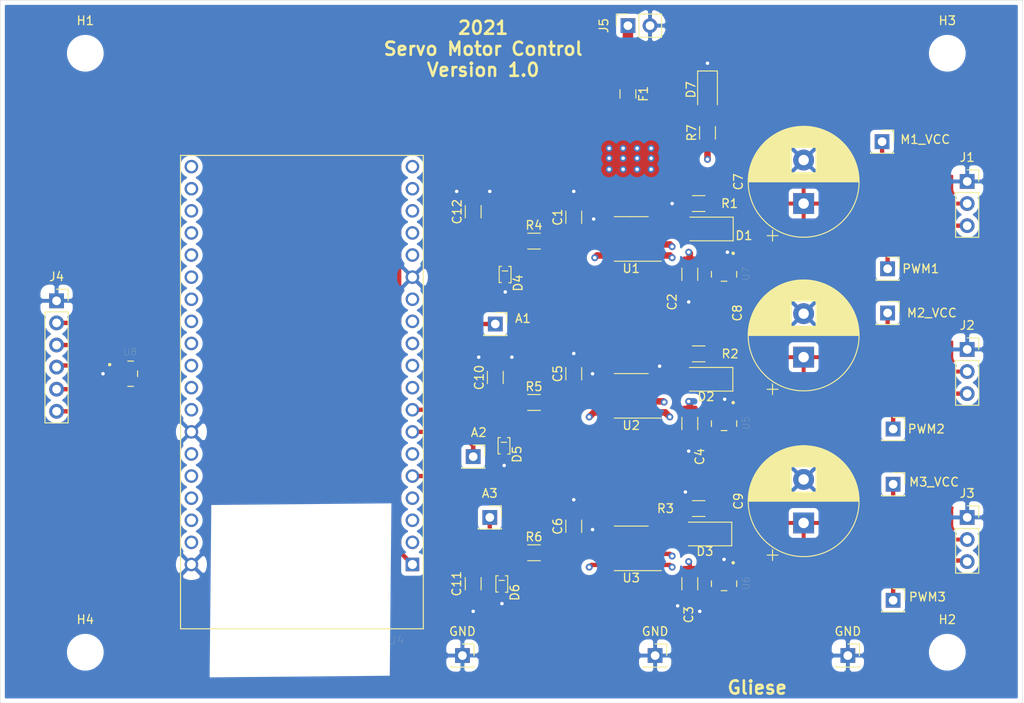
<source format=kicad_pcb>
(kicad_pcb (version 20171130) (host pcbnew 5.1.10-88a1d61d58~88~ubuntu20.04.1)
  (layers (0 F.Cu signal) (1 In1.Cu power) (2 In2.Cu power) (31 B.Cu signal hide) (34 B.Paste user) (35 F.Paste user) (36 B.SilkS user) (37 F.SilkS user) (38 B.Mask user) (39 F.Mask user) (44 Edge.Cuts user))
  (net 0 "")
  (net 1 "Net-(C1-Pad1)")
  (net 2 GND)
  (net 3 +5V)
  (net 4 "Net-(C5-Pad1)")
  (net 5 "Net-(C6-Pad1)")
  (net 6 "Net-(D1-Pad2)")
  (net 7 "Net-(D2-Pad2)")
  (net 8 "Net-(D3-Pad2)")
  (net 9 PWM1)
  (net 10 PWM2)
  (net 11 PWM3)
  (net 12 +3V3)
  (net 13 IO4)
  (net 14 IO3)
  (net 15 IO2)
  (net 16 IO1)
  (net 17 Current_Sensor_1_AOUT)
  (net 18 Current_Sensor_2_AOUT)
  (net 19 Current_Sensor_3_AOUT)
  (net 20 "Net-(U4-Pad2)")
  (net 21 "Net-(U4-Pad3)")
  (net 22 "Net-(U4-Pad4)")
  (net 23 "Net-(U4-Pad6)")
  (net 24 "Net-(U4-Pad12)")
  (net 25 "Net-(U4-Pad13)")
  (net 26 "Net-(U4-Pad15)")
  (net 27 "Net-(U4-Pad16)")
  (net 28 "Net-(U4-Pad17)")
  (net 29 "Net-(U4-Pad18)")
  (net 30 "Net-(U4-Pad23)")
  (net 31 "Net-(U4-Pad24)")
  (net 32 "Net-(U4-Pad27)")
  (net 33 "Net-(U4-Pad29)")
  (net 34 "Net-(U4-Pad30)")
  (net 35 "Net-(U4-Pad31)")
  (net 36 "Net-(U4-Pad32)")
  (net 37 "Net-(U4-Pad33)")
  (net 38 "Net-(U4-Pad34)")
  (net 39 "Net-(U4-Pad35)")
  (net 40 "Net-(U4-Pad36)")
  (net 41 "Net-(U4-Pad37)")
  (net 42 "Net-(U4-Pad38)")
  (net 43 "Net-(R4-Pad2)")
  (net 44 "Net-(R5-Pad2)")
  (net 45 "Net-(R6-Pad2)")
  (net 46 +5VD)
  (net 47 "Net-(C7-Pad1)")
  (net 48 "Net-(C8-Pad1)")
  (net 49 "Net-(C9-Pad1)")
  (net 50 "Net-(F1-Pad1)")
  (net 51 "Net-(U5-Pad4)")
  (net 52 "Net-(U5-Pad5)")
  (net 53 "Net-(U6-Pad5)")
  (net 54 "Net-(U6-Pad4)")
  (net 55 "Net-(U7-Pad5)")
  (net 56 "Net-(U7-Pad4)")
  (net 57 "Net-(D7-Pad2)")
  (net 58 "Net-(H1-Pad1)")
  (net 59 "Net-(H2-Pad1)")
  (net 60 "Net-(H3-Pad1)")
  (net 61 "Net-(H4-Pad1)")
  (module Capacitor_SMD:C_1206_3216Metric (layer F.Cu) (at 85.852 46.785 90)
    (fp_text reference C1 (at 0 -1.85 90) (layer F.SilkS))
    (fp_text value 0.1uf)
    (pad 1 smd roundrect (at -1.475 0 90) (size 1.15 1.8) (layers F.Cu F.Paste F.Mask) (roundrect_rratio 0.2173904347826087) (net 1 "Net-(C1-Pad1)"))
    (pad 2 smd roundrect (at 1.475 0 90) (size 1.15 1.8) (layers F.Cu F.Paste F.Mask) (roundrect_rratio 0.2173904347826087) (net 2 GND))
  )
  (module Capacitor_SMD:C_1206_3216Metric (layer F.Cu) (at 99.187 53.34 270)
    (fp_text reference C2 (at 3.175 2.032 90) (layer F.SilkS))
    (fp_text value 200nf)
    (pad 2 smd roundrect (at 1.475 0 270) (size 1.15 1.8) (layers F.Cu F.Paste F.Mask) (roundrect_rratio 0.2173904347826087) (net 2 GND))
    (pad 1 smd roundrect (at -1.475 0 270) (size 1.15 1.8) (layers F.Cu F.Paste F.Mask) (roundrect_rratio 0.2173904347826087) (net 46 +5VD))
  )
  (module Capacitor_SMD:C_1206_3216Metric (layer F.Cu) (at 99.187 88.9 270)
    (fp_text reference C3 (at 3.556 0.127 90) (layer F.SilkS))
    (fp_text value 200nf)
    (pad 2 smd roundrect (at 1.475 0 270) (size 1.15 1.8) (layers F.Cu F.Paste F.Mask) (roundrect_rratio 0.2173904347826087) (net 2 GND))
    (pad 1 smd roundrect (at -1.475 0 270) (size 1.15 1.8) (layers F.Cu F.Paste F.Mask) (roundrect_rratio 0.2173904347826087) (net 46 +5VD))
  )
  (module Capacitor_SMD:C_1206_3216Metric (layer F.Cu) (at 99.187 70.485 270)
    (fp_text reference C4 (at 3.81 -1.143 90) (layer F.SilkS))
    (fp_text value 200nf)
    (pad 1 smd roundrect (at -1.475 0 270) (size 1.15 1.8) (layers F.Cu F.Paste F.Mask) (roundrect_rratio 0.2173904347826087) (net 46 +5VD))
    (pad 2 smd roundrect (at 1.475 0 270) (size 1.15 1.8) (layers F.Cu F.Paste F.Mask) (roundrect_rratio 0.2173904347826087) (net 2 GND))
  )
  (module Capacitor_SMD:C_1206_3216Metric (layer F.Cu) (at 85.852 64.77 90)
    (fp_text reference C5 (at 0 -1.85 90) (layer F.SilkS))
    (fp_text value 0.1uf)
    (pad 2 smd roundrect (at 1.475 0 90) (size 1.15 1.8) (layers F.Cu F.Paste F.Mask) (roundrect_rratio 0.2173904347826087) (net 2 GND))
    (pad 1 smd roundrect (at -1.475 0 90) (size 1.15 1.8) (layers F.Cu F.Paste F.Mask) (roundrect_rratio 0.2173904347826087) (net 4 "Net-(C5-Pad1)"))
  )
  (module Capacitor_SMD:C_1206_3216Metric (layer F.Cu) (at 85.852 82.296 90)
    (fp_text reference C6 (at 0 -1.85 90) (layer F.SilkS))
    (fp_text value 0.1uf)
    (pad 1 smd roundrect (at -1.475 0 90) (size 1.15 1.8) (layers F.Cu F.Paste F.Mask) (roundrect_rratio 0.2173904347826087) (net 5 "Net-(C6-Pad1)"))
    (pad 2 smd roundrect (at 1.475 0 90) (size 1.15 1.8) (layers F.Cu F.Paste F.Mask) (roundrect_rratio 0.2173904347826087) (net 2 GND))
  )
  (module Connector_PinSocket_2.54mm:PinSocket_1x03_P2.54mm_Vertical (layer F.Cu) (at 131.064 42.672)
    (fp_text reference J1 (at 0 -2.77) (layer F.SilkS))
    (fp_text value Screw_Terminal_01x03 hide)
    (pad 1 thru_hole rect (at 0 0) (size 1.7 1.7) (drill 1) (layers *.Cu *.Mask) (net 2 GND))
    (pad 2 thru_hole oval (at 0 2.54) (size 1.7 1.7) (drill 1) (layers *.Cu *.Mask) (net 47 "Net-(C7-Pad1)"))
    (pad 3 thru_hole oval (at 0 5.08) (size 1.7 1.7) (drill 1) (layers *.Cu *.Mask) (net 9 PWM1))
  )
  (module Connector_PinSocket_2.54mm:PinSocket_1x03_P2.54mm_Vertical (layer F.Cu) (at 131.064 61.976)
    (fp_text reference J2 (at 0 -2.77) (layer F.SilkS))
    (fp_text value Screw_Terminal_01x03 hide)
    (pad 3 thru_hole oval (at 0 5.08) (size 1.7 1.7) (drill 1) (layers *.Cu *.Mask) (net 10 PWM2))
    (pad 2 thru_hole oval (at 0 2.54) (size 1.7 1.7) (drill 1) (layers *.Cu *.Mask) (net 48 "Net-(C8-Pad1)"))
    (pad 1 thru_hole rect (at 0 0) (size 1.7 1.7) (drill 1) (layers *.Cu *.Mask) (net 2 GND))
  )
  (module Connector_PinSocket_2.54mm:PinSocket_1x03_P2.54mm_Vertical (layer F.Cu) (at 131.064 81.28)
    (fp_text reference J3 (at 0 -2.77) (layer F.SilkS))
    (fp_text value Screw_Terminal_01x03 hide)
    (pad 1 thru_hole rect (at 0 0) (size 1.7 1.7) (drill 1) (layers *.Cu *.Mask) (net 2 GND))
    (pad 2 thru_hole oval (at 0 2.54) (size 1.7 1.7) (drill 1) (layers *.Cu *.Mask) (net 49 "Net-(C9-Pad1)"))
    (pad 3 thru_hole oval (at 0 5.08) (size 1.7 1.7) (drill 1) (layers *.Cu *.Mask) (net 11 PWM3))
  )
  (module Connector_PinSocket_2.54mm:PinSocket_1x06_P2.54mm_Vertical (layer F.Cu) (at 26.416 56.388)
    (fp_text reference J4 (at 0 -2.77) (layer F.SilkS))
    (fp_text value Conn_01x06_Male hide)
    (pad 1 thru_hole rect (at 0 0) (size 1.7 1.7) (drill 1) (layers *.Cu *.Mask) (net 2 GND))
    (pad 2 thru_hole oval (at 0 2.54) (size 1.7 1.7) (drill 1) (layers *.Cu *.Mask) (net 12 +3V3))
    (pad 3 thru_hole oval (at 0 5.08) (size 1.7 1.7) (drill 1) (layers *.Cu *.Mask) (net 13 IO4))
    (pad 4 thru_hole oval (at 0 7.62) (size 1.7 1.7) (drill 1) (layers *.Cu *.Mask) (net 14 IO3))
    (pad 5 thru_hole oval (at 0 10.16) (size 1.7 1.7) (drill 1) (layers *.Cu *.Mask) (net 15 IO2))
    (pad 6 thru_hole oval (at 0 12.7) (size 1.7 1.7) (drill 1) (layers *.Cu *.Mask) (net 16 IO1))
  )
  (module Resistor_SMD:R_1206_3216Metric (layer F.Cu) (at 100.203 45.212 180)
    (fp_text reference R1 (at -3.556 0) (layer F.SilkS))
    (fp_text value 1M)
    (pad 2 smd roundrect (at 1.4625 0 180) (size 1.125 1.75) (layers F.Cu F.Paste F.Mask) (roundrect_rratio 0.2222213333333333) (net 2 GND))
    (pad 1 smd roundrect (at -1.4625 0 180) (size 1.125 1.75) (layers F.Cu F.Paste F.Mask) (roundrect_rratio 0.2222213333333333) (net 47 "Net-(C7-Pad1)"))
  )
  (module Resistor_SMD:R_1206_3216Metric (layer F.Cu) (at 100.203 62.484 180)
    (fp_text reference R2 (at -3.6175 0) (layer F.SilkS))
    (fp_text value 1M)
    (pad 1 smd roundrect (at -1.4625 0 180) (size 1.125 1.75) (layers F.Cu F.Paste F.Mask) (roundrect_rratio 0.2222213333333333) (net 48 "Net-(C8-Pad1)"))
    (pad 2 smd roundrect (at 1.4625 0 180) (size 1.125 1.75) (layers F.Cu F.Paste F.Mask) (roundrect_rratio 0.2222213333333333) (net 2 GND))
  )
  (module Resistor_SMD:R_1206_3216Metric (layer F.Cu) (at 100.203 80.264 180)
    (fp_text reference R3 (at 3.81 0) (layer F.SilkS))
    (fp_text value 1M)
    (pad 1 smd roundrect (at -1.4625 0 180) (size 1.125 1.75) (layers F.Cu F.Paste F.Mask) (roundrect_rratio 0.2222213333333333) (net 49 "Net-(C9-Pad1)"))
    (pad 2 smd roundrect (at 1.4625 0 180) (size 1.125 1.75) (layers F.Cu F.Paste F.Mask) (roundrect_rratio 0.2222213333333333) (net 2 GND))
  )
  (module Connector_PinSocket_2.54mm:PinSocket_1x01_P2.54mm_Vertical (layer F.Cu) (at 76.835 59.055)
    (fp_text reference A1 (at 3.175 -0.635) (layer F.SilkS))
    (fp_text value TestPoint)
    (pad 1 thru_hole rect (at 0 0) (size 1.7 1.7) (drill 1) (layers *.Cu *.Mask) (net 17 Current_Sensor_1_AOUT))
  )
  (module Connector_PinSocket_2.54mm:PinSocket_1x01_P2.54mm_Vertical (layer F.Cu) (at 121.92 52.705)
    (fp_text reference PWM1 (at 3.81 0) (layer F.SilkS))
    (fp_text value TestPoint hide)
    (pad 1 thru_hole rect (at 0 0) (size 1.7 1.7) (drill 1) (layers *.Cu *.Mask) (net 9 PWM1))
  )
  (module Connector_PinSocket_2.54mm:PinSocket_1x01_P2.54mm_Vertical (layer F.Cu) (at 73.05675 97.155)
    (fp_text reference GND (at 0 -2.77) (layer F.SilkS))
    (fp_text value TestPoint)
    (pad 1 thru_hole rect (at 0 0) (size 1.7 1.7) (drill 1) (layers *.Cu *.Mask) (net 2 GND))
  )
  (module Connector_PinSocket_2.54mm:PinSocket_1x01_P2.54mm_Vertical (layer F.Cu) (at 74.295 74.295)
    (fp_text reference A2 (at 0.635 -2.77) (layer F.SilkS))
    (fp_text value TestPoint)
    (pad 1 thru_hole rect (at 0 0) (size 1.7 1.7) (drill 1) (layers *.Cu *.Mask) (net 18 Current_Sensor_2_AOUT))
  )
  (module Connector_PinSocket_2.54mm:PinSocket_1x01_P2.54mm_Vertical (layer F.Cu) (at 122.555 71.12)
    (fp_text reference PWM2 (at 3.81 0) (layer F.SilkS))
    (fp_text value TestPoint)
    (pad 1 thru_hole rect (at 0 0) (size 1.7 1.7) (drill 1) (layers *.Cu *.Mask) (net 10 PWM2))
  )
  (module Connector_PinSocket_2.54mm:PinSocket_1x01_P2.54mm_Vertical (layer F.Cu) (at 95.202375 97.155)
    (fp_text reference GND (at 0 -2.77) (layer F.SilkS))
    (fp_text value TestPoint)
    (pad 1 thru_hole rect (at 0 0) (size 1.7 1.7) (drill 1) (layers *.Cu *.Mask) (net 2 GND))
  )
  (module Connector_PinSocket_2.54mm:PinSocket_1x01_P2.54mm_Vertical (layer F.Cu) (at 76.2 81.28)
    (fp_text reference A3 (at 0 -2.77) (layer F.SilkS))
    (fp_text value TestPoint hide)
    (pad 1 thru_hole rect (at 0 0) (size 1.7 1.7) (drill 1) (layers *.Cu *.Mask) (net 19 Current_Sensor_3_AOUT))
  )
  (module Connector_PinSocket_2.54mm:PinSocket_1x01_P2.54mm_Vertical (layer F.Cu) (at 122.555 90.805)
    (fp_text reference PWM3 (at 3.937 -0.381) (layer F.SilkS))
    (fp_text value TestPoint)
    (pad 1 thru_hole rect (at 0 0) (size 1.7 1.7) (drill 1) (layers *.Cu *.Mask) (net 11 PWM3))
  )
  (module Connector_PinSocket_2.54mm:PinSocket_1x01_P2.54mm_Vertical (layer F.Cu) (at 117.348 97.155)
    (fp_text reference GND (at 0 -2.77) (layer F.SilkS))
    (fp_text value TestPoint)
    (pad 1 thru_hole rect (at 0 0) (size 1.7 1.7) (drill 1) (layers *.Cu *.Mask) (net 2 GND))
  )
  (module Package_SO:SOIC-8_3.9x4.9mm_P1.27mm (layer F.Cu) (at 92.456 49.276 180)
    (fp_text reference U1 (at 0 -3.4) (layer F.SilkS))
    (fp_text value ACS724xLCTR-05AB hide)
    (pad 1 smd roundrect (at -2.475 -1.905 180) (size 1.95 0.6) (layers F.Cu F.Paste F.Mask) (net 46 +5VD))
    (pad 2 smd roundrect (at -2.475 -0.635 180) (size 1.95 0.6) (layers F.Cu F.Paste F.Mask) (net 46 +5VD))
    (pad 3 smd roundrect (at -2.475 0.635 180) (size 1.95 0.6) (layers F.Cu F.Paste F.Mask) (net 6 "Net-(D1-Pad2)"))
    (pad 4 smd roundrect (at -2.475 1.905 180) (size 1.95 0.6) (layers F.Cu F.Paste F.Mask) (net 6 "Net-(D1-Pad2)"))
    (pad 5 smd roundrect (at 2.475 1.905 180) (size 1.95 0.6) (layers F.Cu F.Paste F.Mask) (net 2 GND))
    (pad 6 smd roundrect (at 2.475 0.635 180) (size 1.95 0.6) (layers F.Cu F.Paste F.Mask) (net 1 "Net-(C1-Pad1)"))
    (pad 7 smd roundrect (at 2.475 -0.635 180) (size 1.95 0.6) (layers F.Cu F.Paste F.Mask) (net 43 "Net-(R4-Pad2)"))
    (pad 8 smd roundrect (at 2.475 -1.905 180) (size 1.95 0.6) (layers F.Cu F.Paste F.Mask) (net 46 +5VD))
  )
  (module Package_SO:SOIC-8_3.9x4.9mm_P1.27mm (layer F.Cu) (at 92.456 67.31 180)
    (fp_text reference U2 (at 0 -3.4) (layer F.SilkS))
    (fp_text value ACS724xLCTR-05AB hide)
    (pad 1 smd roundrect (at -2.475 -1.905 180) (size 1.95 0.6) (layers F.Cu F.Paste F.Mask) (net 46 +5VD))
    (pad 2 smd roundrect (at -2.475 -0.635 180) (size 1.95 0.6) (layers F.Cu F.Paste F.Mask) (net 46 +5VD))
    (pad 3 smd roundrect (at -2.475 0.635 180) (size 1.95 0.6) (layers F.Cu F.Paste F.Mask) (net 7 "Net-(D2-Pad2)"))
    (pad 4 smd roundrect (at -2.475 1.905 180) (size 1.95 0.6) (layers F.Cu F.Paste F.Mask) (net 7 "Net-(D2-Pad2)"))
    (pad 5 smd roundrect (at 2.475 1.905 180) (size 1.95 0.6) (layers F.Cu F.Paste F.Mask) (net 2 GND))
    (pad 6 smd roundrect (at 2.475 0.635 180) (size 1.95 0.6) (layers F.Cu F.Paste F.Mask) (net 4 "Net-(C5-Pad1)"))
    (pad 7 smd roundrect (at 2.475 -0.635 180) (size 1.95 0.6) (layers F.Cu F.Paste F.Mask) (net 44 "Net-(R5-Pad2)"))
    (pad 8 smd roundrect (at 2.475 -1.905 180) (size 1.95 0.6) (layers F.Cu F.Paste F.Mask) (net 46 +5VD))
  )
  (module Package_SO:SOIC-8_3.9x4.9mm_P1.27mm (layer F.Cu) (at 92.456 84.836 180)
    (fp_text reference U3 (at 0 -3.4) (layer F.SilkS))
    (fp_text value ACS724xLCTR-05AB hide)
    (pad 8 smd roundrect (at 2.475 -1.905 180) (size 1.95 0.6) (layers F.Cu F.Paste F.Mask) (net 46 +5VD))
    (pad 7 smd roundrect (at 2.475 -0.635 180) (size 1.95 0.6) (layers F.Cu F.Paste F.Mask) (net 45 "Net-(R6-Pad2)"))
    (pad 6 smd roundrect (at 2.475 0.635 180) (size 1.95 0.6) (layers F.Cu F.Paste F.Mask) (net 5 "Net-(C6-Pad1)"))
    (pad 5 smd roundrect (at 2.475 1.905 180) (size 1.95 0.6) (layers F.Cu F.Paste F.Mask) (net 2 GND))
    (pad 4 smd roundrect (at -2.475 1.905 180) (size 1.95 0.6) (layers F.Cu F.Paste F.Mask) (net 8 "Net-(D3-Pad2)"))
    (pad 3 smd roundrect (at -2.475 0.635 180) (size 1.95 0.6) (layers F.Cu F.Paste F.Mask) (net 8 "Net-(D3-Pad2)"))
    (pad 2 smd roundrect (at -2.475 -0.635 180) (size 1.95 0.6) (layers F.Cu F.Paste F.Mask) (net 46 +5VD))
    (pad 1 smd roundrect (at -2.475 -1.905 180) (size 1.95 0.6) (layers F.Cu F.Paste F.Mask) (net 46 +5VD))
  )
  (module esp32:MODULE_ESP32-DEVKITC-32D (layer F.Cu) (at 54.61 66.929 180)
    (fp_text reference U4 (at -10.829175 -28.446045) (layer F.SilkS) (effects (font (size 1.000386 1.000386) (thickness 0.015))))
    (fp_text value ESP32-DEVKITC-32D)
    (pad 1 thru_hole rect (at -12.7 -19.76 180) (size 1.56 1.56) (drill 1.04) (layers *.Cu *.Mask) (net 12 +3V3))
    (pad 2 thru_hole circle (at -12.7 -17.22 180) (size 1.56 1.56) (drill 1.04) (layers *.Cu *.Mask) (net 20 "Net-(U4-Pad2)"))
    (pad 19 thru_hole circle (at -12.7 25.96 180) (size 1.56 1.56) (drill 1.04) (layers *.Cu *.Mask) (net 3 +5V))
    (pad 3 thru_hole circle (at -12.7 -14.68 180) (size 1.56 1.56) (drill 1.04) (layers *.Cu *.Mask) (net 21 "Net-(U4-Pad3)"))
    (pad 4 thru_hole circle (at -12.7 -12.14 180) (size 1.56 1.56) (drill 1.04) (layers *.Cu *.Mask) (net 22 "Net-(U4-Pad4)"))
    (pad 5 thru_hole circle (at -12.7 -9.6 180) (size 1.56 1.56) (drill 1.04) (layers *.Cu *.Mask) (net 19 Current_Sensor_3_AOUT))
    (pad 6 thru_hole circle (at -12.7 -7.06 180) (size 1.56 1.56) (drill 1.04) (layers *.Cu *.Mask) (net 23 "Net-(U4-Pad6)"))
    (pad 7 thru_hole circle (at -12.7 -4.52 180) (size 1.56 1.56) (drill 1.04) (layers *.Cu *.Mask) (net 18 Current_Sensor_2_AOUT))
    (pad 8 thru_hole circle (at -12.7 -1.98 180) (size 1.56 1.56) (drill 1.04) (layers *.Cu *.Mask) (net 17 Current_Sensor_1_AOUT))
    (pad 9 thru_hole circle (at -12.7 0.56 180) (size 1.56 1.56) (drill 1.04) (layers *.Cu *.Mask) (net 11 PWM3))
    (pad 10 thru_hole circle (at -12.7 3.1 180) (size 1.56 1.56) (drill 1.04) (layers *.Cu *.Mask) (net 10 PWM2))
    (pad 11 thru_hole circle (at -12.7 5.64 180) (size 1.56 1.56) (drill 1.04) (layers *.Cu *.Mask) (net 9 PWM1))
    (pad 12 thru_hole circle (at -12.7 8.18 180) (size 1.56 1.56) (drill 1.04) (layers *.Cu *.Mask) (net 24 "Net-(U4-Pad12)"))
    (pad 13 thru_hole circle (at -12.7 10.72 180) (size 1.56 1.56) (drill 1.04) (layers *.Cu *.Mask) (net 25 "Net-(U4-Pad13)"))
    (pad 14 thru_hole circle (at -12.7 13.26 180) (size 1.56 1.56) (drill 1.04) (layers *.Cu *.Mask) (net 2 GND))
    (pad 15 thru_hole circle (at -12.7 15.8 180) (size 1.56 1.56) (drill 1.04) (layers *.Cu *.Mask) (net 26 "Net-(U4-Pad15)"))
    (pad 16 thru_hole circle (at -12.7 18.34 180) (size 1.56 1.56) (drill 1.04) (layers *.Cu *.Mask) (net 27 "Net-(U4-Pad16)"))
    (pad 17 thru_hole circle (at -12.7 20.88 180) (size 1.56 1.56) (drill 1.04) (layers *.Cu *.Mask) (net 28 "Net-(U4-Pad17)"))
    (pad 18 thru_hole circle (at -12.7 23.42 180) (size 1.56 1.56) (drill 1.04) (layers *.Cu *.Mask) (net 29 "Net-(U4-Pad18)"))
    (pad 20 thru_hole circle (at 12.7 -19.76 180) (size 1.56 1.56) (drill 1.04) (layers *.Cu *.Mask) (net 2 GND))
    (pad 21 thru_hole circle (at 12.7 -17.22 180) (size 1.56 1.56) (drill 1.04) (layers *.Cu *.Mask) (net 16 IO1))
    (pad 22 thru_hole circle (at 12.7 -14.68 180) (size 1.56 1.56) (drill 1.04) (layers *.Cu *.Mask) (net 15 IO2))
    (pad 23 thru_hole circle (at 12.7 -12.14 180) (size 1.56 1.56) (drill 1.04) (layers *.Cu *.Mask) (net 30 "Net-(U4-Pad23)"))
    (pad 24 thru_hole circle (at 12.7 -9.6 180) (size 1.56 1.56) (drill 1.04) (layers *.Cu *.Mask) (net 31 "Net-(U4-Pad24)"))
    (pad 25 thru_hole circle (at 12.7 -7.06 180) (size 1.56 1.56) (drill 1.04) (layers *.Cu *.Mask) (net 14 IO3))
    (pad 26 thru_hole circle (at 12.7 -4.52 180) (size 1.56 1.56) (drill 1.04) (layers *.Cu *.Mask) (net 2 GND))
    (pad 27 thru_hole circle (at 12.7 -1.98 180) (size 1.56 1.56) (drill 1.04) (layers *.Cu *.Mask) (net 32 "Net-(U4-Pad27)"))
    (pad 28 thru_hole circle (at 12.7 0.56 180) (size 1.56 1.56) (drill 1.04) (layers *.Cu *.Mask) (net 13 IO4))
    (pad 29 thru_hole circle (at 12.7 3.1 180) (size 1.56 1.56) (drill 1.04) (layers *.Cu *.Mask) (net 33 "Net-(U4-Pad29)"))
    (pad 30 thru_hole circle (at 12.7 5.64 180) (size 1.56 1.56) (drill 1.04) (layers *.Cu *.Mask) (net 34 "Net-(U4-Pad30)"))
    (pad 31 thru_hole circle (at 12.7 8.18 180) (size 1.56 1.56) (drill 1.04) (layers *.Cu *.Mask) (net 35 "Net-(U4-Pad31)"))
    (pad 32 thru_hole circle (at 12.7 10.72 180) (size 1.56 1.56) (drill 1.04) (layers *.Cu *.Mask) (net 36 "Net-(U4-Pad32)"))
    (pad 33 thru_hole circle (at 12.7 13.26 180) (size 1.56 1.56) (drill 1.04) (layers *.Cu *.Mask) (net 37 "Net-(U4-Pad33)"))
    (pad 34 thru_hole circle (at 12.7 15.8 180) (size 1.56 1.56) (drill 1.04) (layers *.Cu *.Mask) (net 38 "Net-(U4-Pad34)"))
    (pad 35 thru_hole circle (at 12.7 18.34 180) (size 1.56 1.56) (drill 1.04) (layers *.Cu *.Mask) (net 39 "Net-(U4-Pad35)"))
    (pad 36 thru_hole circle (at 12.7 20.88 180) (size 1.56 1.56) (drill 1.04) (layers *.Cu *.Mask) (net 40 "Net-(U4-Pad36)"))
    (pad 37 thru_hole circle (at 12.7 23.42 180) (size 1.56 1.56) (drill 1.04) (layers *.Cu *.Mask) (net 41 "Net-(U4-Pad37)"))
    (pad 38 thru_hole circle (at 12.7 25.96 180) (size 1.56 1.56) (drill 1.04) (layers *.Cu *.Mask) (net 42 "Net-(U4-Pad38)"))
  )
  (module Footprint:DDZ3V6ASF-7 (layer F.Cu) (at 79.756 54.356 270)
    (fp_text reference D4 (at -0.01524 0.3048 90) (layer F.SilkS))
    (fp_text value D_Zener hide)
    (pad 1 smd oval (at -2.00084 1.77546 270) (size 0.71 0.43) (layers F.Cu F.Paste F.Mask) (net 17 Current_Sensor_1_AOUT))
    (pad 2 smd oval (at -0.01084 1.77546 270) (size 0.71 0.43) (layers F.Cu F.Paste F.Mask) (net 2 GND))
  )
  (module Footprint:DDZ3V6ASF-7 (layer F.Cu) (at 79.629 74.041 270)
    (fp_text reference D5 (at -0.01524 0.3048 90) (layer F.SilkS))
    (fp_text value D_Zener hide)
    (pad 2 smd oval (at -0.01084 1.77546 270) (size 0.71 0.43) (layers F.Cu F.Paste F.Mask) (net 2 GND))
    (pad 1 smd oval (at -2.00084 1.77546 270) (size 0.71 0.43) (layers F.Cu F.Paste F.Mask) (net 18 Current_Sensor_2_AOUT))
  )
  (module Footprint:DDZ3V6ASF-7 (layer F.Cu) (at 79.375 89.916 270)
    (fp_text reference D6 (at -0.01524 0.3048 90) (layer F.SilkS))
    (fp_text value D_Zener hide)
    (pad 1 smd oval (at -2.00084 1.77546 270) (size 0.71 0.43) (layers F.Cu F.Paste F.Mask) (net 19 Current_Sensor_3_AOUT))
    (pad 2 smd oval (at -0.01084 1.77546 270) (size 0.71 0.43) (layers F.Cu F.Paste F.Mask) (net 2 GND))
  )
  (module Resistor_SMD:R_1206_3216Metric (layer F.Cu) (at 81.28 49.53)
    (fp_text reference R4 (at 0 -1.82) (layer F.SilkS))
    (fp_text value 4.7k)
    (pad 1 smd roundrect (at -1.4625 0) (size 1.125 1.75) (layers F.Cu F.Paste F.Mask) (roundrect_rratio 0.2222213333333333) (net 17 Current_Sensor_1_AOUT))
    (pad 2 smd roundrect (at 1.4625 0) (size 1.125 1.75) (layers F.Cu F.Paste F.Mask) (roundrect_rratio 0.2222213333333333) (net 43 "Net-(R4-Pad2)"))
  )
  (module Resistor_SMD:R_1206_3216Metric (layer F.Cu) (at 81.28 68.072)
    (fp_text reference R5 (at 0 -1.82) (layer F.SilkS))
    (fp_text value 4.7k)
    (pad 2 smd roundrect (at 1.4625 0) (size 1.125 1.75) (layers F.Cu F.Paste F.Mask) (roundrect_rratio 0.2222213333333333) (net 44 "Net-(R5-Pad2)"))
    (pad 1 smd roundrect (at -1.4625 0) (size 1.125 1.75) (layers F.Cu F.Paste F.Mask) (roundrect_rratio 0.2222213333333333) (net 18 Current_Sensor_2_AOUT))
  )
  (module Resistor_SMD:R_1206_3216Metric (layer F.Cu) (at 81.28 85.344)
    (fp_text reference R6 (at 0 -1.82) (layer F.SilkS))
    (fp_text value 4.7k)
    (pad 1 smd roundrect (at -1.4625 0) (size 1.125 1.75) (layers F.Cu F.Paste F.Mask) (roundrect_rratio 0.2222213333333333) (net 19 Current_Sensor_3_AOUT))
    (pad 2 smd roundrect (at 1.4625 0) (size 1.125 1.75) (layers F.Cu F.Paste F.Mask) (roundrect_rratio 0.2222213333333333) (net 45 "Net-(R6-Pad2)"))
  )
  (module Capacitor_THT:CP_Radial_D12.5mm_P5.00mm (layer F.Cu) (at 112.268 45.212 90)
    (fp_text reference C7 (at 2.5 -7.5 90) (layer F.SilkS))
    (fp_text value C)
    (pad 1 thru_hole rect (at 0 0 90) (size 2.4 2.4) (drill 1.2) (layers *.Cu *.Mask) (net 47 "Net-(C7-Pad1)"))
    (pad 2 thru_hole circle (at 5 0 90) (size 2.4 2.4) (drill 1.2) (layers *.Cu *.Mask) (net 2 GND))
  )
  (module Capacitor_THT:CP_Radial_D12.5mm_P5.00mm (layer F.Cu) (at 112.268 62.865 90)
    (fp_text reference C8 (at 5.08 -7.62 90) (layer F.SilkS))
    (fp_text value C)
    (pad 2 thru_hole circle (at 5 0 90) (size 2.4 2.4) (drill 1.2) (layers *.Cu *.Mask) (net 2 GND))
    (pad 1 thru_hole rect (at 0 0 90) (size 2.4 2.4) (drill 1.2) (layers *.Cu *.Mask) (net 48 "Net-(C8-Pad1)"))
  )
  (module Capacitor_THT:CP_Radial_D12.5mm_P5.00mm (layer F.Cu) (at 112.268 81.915 90)
    (fp_text reference C9 (at 2.5 -7.5 90) (layer F.SilkS))
    (fp_text value C)
    (pad 1 thru_hole rect (at 0 0 90) (size 2.4 2.4) (drill 1.2) (layers *.Cu *.Mask) (net 49 "Net-(C9-Pad1)"))
    (pad 2 thru_hole circle (at 5 0 90) (size 2.4 2.4) (drill 1.2) (layers *.Cu *.Mask) (net 2 GND))
  )
  (module Fuse:Fuse_1206_3216Metric_Castellated (layer F.Cu) (at 92.075 32.611 270)
    (fp_text reference F1 (at 0 -1.78 90) (layer F.SilkS))
    (fp_text value Fuse)
    (pad 1 smd roundrect (at -1.425 0 270) (size 1.6 1.65) (layers F.Cu F.Paste F.Mask) (roundrect_rratio 0.15625) (net 50 "Net-(F1-Pad1)"))
    (pad 2 smd roundrect (at 1.425 0 270) (size 1.6 1.65) (layers F.Cu F.Paste F.Mask) (roundrect_rratio 0.15625) (net 46 +5VD))
  )
  (module Connector_PinSocket_2.54mm:PinSocket_1x02_P2.54mm_Vertical (layer F.Cu) (at 92.075 24.765 90)
    (fp_text reference J5 (at 0 -2.77 90) (layer F.SilkS))
    (fp_text value Screw_Terminal_01x02 hide)
    (pad 1 thru_hole rect (at 0 0 90) (size 1.7 1.7) (drill 1) (layers *.Cu *.Mask) (net 50 "Net-(F1-Pad1)"))
    (pad 2 thru_hole oval (at 0 2.54 90) (size 1.7 1.7) (drill 1) (layers *.Cu *.Mask) (net 2 GND))
  )
  (module ESDS314DBVR:SOT95P280X145-5N (layer F.Cu) (at 103.124 70.5 270)
    (fp_text reference U5 (at -0.06 -2.508 90) (layer F.SilkS) (effects (font (size 0.8 0.8) (thickness 0.015))))
    (fp_text value ESDS314DBVR hide)
    (pad 1 smd rect (at -1.255 -0.95 270) (size 1.21 0.59) (layers F.Cu F.Paste F.Mask) (net 10 PWM2))
    (pad 2 smd rect (at -1.255 0 270) (size 1.21 0.59) (layers F.Cu F.Paste F.Mask) (net 2 GND))
    (pad 3 smd rect (at -1.255 0.95 270) (size 1.21 0.59) (layers F.Cu F.Paste F.Mask) (net 48 "Net-(C8-Pad1)"))
    (pad 4 smd rect (at 1.255 0.95 270) (size 1.21 0.59) (layers F.Cu F.Paste F.Mask) (net 51 "Net-(U5-Pad4)"))
    (pad 5 smd rect (at 1.255 -0.95 270) (size 1.21 0.59) (layers F.Cu F.Paste F.Mask) (net 52 "Net-(U5-Pad5)"))
  )
  (module ESDS314DBVR:SOT95P280X145-5N (layer F.Cu) (at 103.124 88.9 270)
    (fp_text reference U6 (at -0.06 -2.508 90) (layer F.SilkS) (effects (font (size 0.8 0.8) (thickness 0.015))))
    (fp_text value ESDS314DBVR hide)
    (pad 5 smd rect (at 1.255 -0.95 270) (size 1.21 0.59) (layers F.Cu F.Paste F.Mask) (net 53 "Net-(U6-Pad5)"))
    (pad 4 smd rect (at 1.255 0.95 270) (size 1.21 0.59) (layers F.Cu F.Paste F.Mask) (net 54 "Net-(U6-Pad4)"))
    (pad 3 smd rect (at -1.255 0.95 270) (size 1.21 0.59) (layers F.Cu F.Paste F.Mask) (net 49 "Net-(C9-Pad1)"))
    (pad 2 smd rect (at -1.255 0 270) (size 1.21 0.59) (layers F.Cu F.Paste F.Mask) (net 2 GND))
    (pad 1 smd rect (at -1.255 -0.95 270) (size 1.21 0.59) (layers F.Cu F.Paste F.Mask) (net 11 PWM3))
  )
  (module ESDS314DBVR:SOT95P280X145-5N (layer F.Cu) (at 103.124 53.34 270)
    (fp_text reference U7 (at -0.06 -2.508 90) (layer F.SilkS) (effects (font (size 0.8 0.8) (thickness 0.015))))
    (fp_text value ESDS314DBVR hide)
    (pad 5 smd rect (at 1.255 -0.95 270) (size 1.21 0.59) (layers F.Cu F.Paste F.Mask) (net 55 "Net-(U7-Pad5)"))
    (pad 4 smd rect (at 1.255 0.95 270) (size 1.21 0.59) (layers F.Cu F.Paste F.Mask) (net 56 "Net-(U7-Pad4)"))
    (pad 3 smd rect (at -1.255 0.95 270) (size 1.21 0.59) (layers F.Cu F.Paste F.Mask) (net 47 "Net-(C7-Pad1)"))
    (pad 2 smd rect (at -1.255 0 270) (size 1.21 0.59) (layers F.Cu F.Paste F.Mask) (net 2 GND))
    (pad 1 smd rect (at -1.255 -0.95 270) (size 1.21 0.59) (layers F.Cu F.Paste F.Mask) (net 9 PWM1))
  )
  (module ESDS314DBVR:SOT95P280X145-5N (layer F.Cu) (at 34.925 64.77)
    (fp_text reference U8 (at -0.06 -2.508) (layer F.SilkS) (effects (font (size 0.8 0.8) (thickness 0.015))))
    (fp_text value ESDS314DBVR hide)
    (pad 1 smd rect (at -1.255 -0.95) (size 1.21 0.59) (layers F.Cu F.Paste F.Mask) (net 14 IO3))
    (pad 2 smd rect (at -1.255 0) (size 1.21 0.59) (layers F.Cu F.Paste F.Mask) (net 2 GND))
    (pad 3 smd rect (at -1.255 0.95) (size 1.21 0.59) (layers F.Cu F.Paste F.Mask) (net 15 IO2))
    (pad 4 smd rect (at 1.255 0.95) (size 1.21 0.59) (layers F.Cu F.Paste F.Mask) (net 16 IO1))
    (pad 5 smd rect (at 1.255 -0.95) (size 1.21 0.59) (layers F.Cu F.Paste F.Mask) (net 13 IO4))
  )
  (module Connector_PinSocket_2.54mm:PinSocket_1x01_P2.54mm_Vertical (layer F.Cu) (at 121.92 57.785)
    (fp_text reference M2_VCC (at 5.08 0) (layer F.SilkS))
    (fp_text value TestPoint hide)
    (pad 1 thru_hole rect (at 0 0) (size 1.7 1.7) (drill 1) (layers *.Cu *.Mask) (net 48 "Net-(C8-Pad1)"))
  )
  (module Connector_PinSocket_2.54mm:PinSocket_1x01_P2.54mm_Vertical (layer F.Cu) (at 122.555 77.47)
    (fp_text reference M3_VCC (at 4.699 -0.254) (layer F.SilkS))
    (fp_text value TestPoint)
    (pad 1 thru_hole rect (at 0 0) (size 1.7 1.7) (drill 1) (layers *.Cu *.Mask) (net 49 "Net-(C9-Pad1)"))
  )
  (module Connector_PinSocket_2.54mm:PinSocket_1x01_P2.54mm_Vertical (layer F.Cu) (at 121.285 38.1)
    (fp_text reference M1_VCC (at 4.953 -0.254) (layer F.SilkS))
    (fp_text value TestPoint)
    (pad 1 thru_hole rect (at 0 0) (size 1.7 1.7) (drill 1) (layers *.Cu *.Mask) (net 47 "Net-(C7-Pad1)"))
  )
  (module Diode_SMD:D_SOD-128 (layer F.Cu) (at 101.092 48.133 180)
    (fp_text reference D1 (at -4.318 -0.762) (layer F.SilkS))
    (fp_text value D_Schottky hide)
    (pad 1 smd rect (at -2.2 0 180) (size 1.4 2.1) (layers F.Cu F.Paste F.Mask) (net 47 "Net-(C7-Pad1)"))
    (pad 2 smd rect (at 2.2 0 180) (size 1.4 2.1) (layers F.Cu F.Paste F.Mask) (net 6 "Net-(D1-Pad2)"))
  )
  (module Diode_SMD:D_SOD-128 (layer F.Cu) (at 101.051 65.405 180)
    (fp_text reference D2 (at 0 -2) (layer F.SilkS))
    (fp_text value D_Schottky hide)
    (pad 1 smd rect (at -2.2 0 180) (size 1.4 2.1) (layers F.Cu F.Paste F.Mask) (net 48 "Net-(C8-Pad1)"))
    (pad 2 smd rect (at 2.2 0 180) (size 1.4 2.1) (layers F.Cu F.Paste F.Mask) (net 7 "Net-(D2-Pad2)"))
  )
  (module Diode_SMD:D_SOD-128 (layer F.Cu) (at 100.924 83.185 180)
    (fp_text reference D3 (at 0 -2) (layer F.SilkS))
    (fp_text value D_Schottky hide)
    (pad 2 smd rect (at 2.2 0 180) (size 1.4 2.1) (layers F.Cu F.Paste F.Mask) (net 8 "Net-(D3-Pad2)"))
    (pad 1 smd rect (at -2.2 0 180) (size 1.4 2.1) (layers F.Cu F.Paste F.Mask) (net 49 "Net-(C9-Pad1)"))
  )
  (module LED_SMD:LED_1206_3216Metric (layer F.Cu) (at 101.219 32.261 270)
    (fp_text reference D7 (at -0.13 1.905 90) (layer F.SilkS))
    (fp_text value LED)
    (pad 1 smd roundrect (at -1.4 0 270) (size 1.25 1.75) (layers F.Cu F.Paste F.Mask) (roundrect_rratio 0.2) (net 2 GND))
    (pad 2 smd roundrect (at 1.4 0 270) (size 1.25 1.75) (layers F.Cu F.Paste F.Mask) (roundrect_rratio 0.2) (net 57 "Net-(D7-Pad2)"))
  )
  (module Resistor_SMD:R_1206_3216Metric (layer F.Cu) (at 101.219 37.084 90)
    (fp_text reference R7 (at 0 -1.82 90) (layer F.SilkS))
    (fp_text value 500)
    (pad 1 smd roundrect (at -1.4625 0 90) (size 1.125 1.75) (layers F.Cu F.Paste F.Mask) (roundrect_rratio 0.2222213333333333) (net 46 +5VD))
    (pad 2 smd roundrect (at 1.4625 0 90) (size 1.125 1.75) (layers F.Cu F.Paste F.Mask) (roundrect_rratio 0.2222213333333333) (net 57 "Net-(D7-Pad2)"))
  )
  (module Capacitor_SMD:C_1206_3216Metric (layer F.Cu) (at 74.295 88.9 270)
    (fp_text reference C11 (at 0 1.905 90) (layer F.SilkS))
    (fp_text value 0.1uf)
    (pad 1 smd roundrect (at -1.475 0 270) (size 1.15 1.8) (layers F.Cu F.Paste F.Mask) (roundrect_rratio 0.2173904347826087) (net 19 Current_Sensor_3_AOUT))
    (pad 2 smd roundrect (at 1.475 0 270) (size 1.15 1.8) (layers F.Cu F.Paste F.Mask) (roundrect_rratio 0.2173904347826087) (net 2 GND))
  )
  (module Capacitor_SMD:C_1206_3216Metric (layer F.Cu) (at 76.835 65.2 90)
    (fp_text reference C10 (at 0 -1.85 90) (layer F.SilkS))
    (fp_text value C)
    (pad 2 smd roundrect (at 1.475 0 90) (size 1.15 1.8) (layers F.Cu F.Paste F.Mask) (roundrect_rratio 0.2173904347826087) (net 2 GND))
    (pad 1 smd roundrect (at -1.475 0 90) (size 1.15 1.8) (layers F.Cu F.Paste F.Mask) (roundrect_rratio 0.2173904347826087) (net 18 Current_Sensor_2_AOUT))
  )
  (module Capacitor_SMD:C_1206_3216Metric (layer F.Cu) (at 74.295 46.15 90)
    (fp_text reference C12 (at 0 -1.85 90) (layer F.SilkS))
    (fp_text value C)
    (pad 1 smd roundrect (at -1.475 0 90) (size 1.15 1.8) (layers F.Cu F.Paste F.Mask) (roundrect_rratio 0.2173904347826087) (net 17 Current_Sensor_1_AOUT))
    (pad 2 smd roundrect (at 1.475 0 90) (size 1.15 1.8) (layers F.Cu F.Paste F.Mask) (roundrect_rratio 0.2173904347826087) (net 2 GND))
  )
  (module MountingHole:MountingHole_3.2mm_M3_ISO14580 (layer F.Cu) (at 29.718 27.94)
    (fp_text reference H1 (at 0 -3.75) (layer F.SilkS))
    (fp_text value MountingHole_Pad)
    (pad 1 np_thru_hole circle (at 0 0) (size 3.2 3.2) (drill 3.2) (layers *.Cu *.Mask) (net 58 "Net-(H1-Pad1)"))
  )
  (module MountingHole:MountingHole_3.2mm_M3_ISO14580 (layer F.Cu) (at 128.778 96.774)
    (fp_text reference H2 (at 0 -3.75) (layer F.SilkS))
    (fp_text value MountingHole_Pad)
    (pad 1 np_thru_hole circle (at 0 0) (size 3.2 3.2) (drill 3.2) (layers *.Cu *.Mask) (net 59 "Net-(H2-Pad1)"))
  )
  (module MountingHole:MountingHole_3.2mm_M3_ISO14580 (layer F.Cu) (at 128.778 27.94)
    (fp_text reference H3 (at 0 -3.75) (layer F.SilkS))
    (fp_text value MountingHole_Pad)
    (pad 1 np_thru_hole circle (at 0 0) (size 3.2 3.2) (drill 3.2) (layers *.Cu *.Mask) (net 60 "Net-(H3-Pad1)"))
  )
  (module MountingHole:MountingHole_3.2mm_M3_ISO14580 (layer F.Cu) (at 29.718 96.774)
    (fp_text reference H4 (at 0 -3.75) (layer F.SilkS))
    (fp_text value MountingHole_Pad)
    (pad 1 np_thru_hole circle (at 0 0) (size 3.2 3.2) (drill 3.2) (layers *.Cu *.Mask) (net 61 "Net-(H4-Pad1)"))
  )
  (gr_text Gliese (at 106.934 100.838) (layer F.SilkS) (effects (font (size 1.5 1.5) (thickness 0.3))))
  (gr_text "2021\nServo Motor Control\nVersion 1.0\n" (at 75.438 27.432) (layer F.SilkS) (effects (font (size 1.5 1.5) (thickness 0.3))))
  (gr_line (start 137.414 21.844) (end 19.939 21.844) (layer Edge.Cuts) (width 0.05))
  (gr_line (start 137.414 102.616) (end 137.414 21.844) (layer Edge.Cuts) (width 0.05))
  (gr_line (start 19.939 102.616) (end 137.414 102.616) (layer Edge.Cuts) (width 0.05))
  (gr_line (start 19.939 21.844) (end 19.939 102.616) (layer Edge.Cuts) (width 0.05))
  (via (at 89.916 40.005) (size 0.8) (drill 0.4) (layers F.Cu B.Cu) (net 46))
  (via (at 91.524666 40.005) (size 0.8) (drill 0.4) (layers F.Cu B.Cu) (net 46))
  (via (at 93.133332 40.005) (size 0.8) (drill 0.4) (layers F.Cu B.Cu) (net 46))
  (via (at 94.742 40.005) (size 0.8) (drill 0.4) (layers F.Cu B.Cu) (net 46))
  (via (at 89.916 41.275) (size 0.8) (drill 0.4) (layers F.Cu B.Cu) (net 46))
  (via (at 91.524666 41.275) (size 0.8) (drill 0.4) (layers F.Cu B.Cu) (net 46))
  (via (at 93.133332 41.275) (size 0.8) (drill 0.4) (layers F.Cu B.Cu) (net 46))
  (via (at 94.742 41.275) (size 0.8) (drill 0.4) (layers F.Cu B.Cu) (net 46))
  (segment (start 85.852 48.26) (end 87.249 48.26) (width 0.5) (layer F.Cu) (net 1))
  (segment (start 87.63 48.641) (end 89.981 48.641) (width 0.5) (layer F.Cu) (net 1))
  (segment (start 87.249 48.26) (end 87.63 48.641) (width 0.5) (layer F.Cu) (net 1))
  (via (at 85.852 43.815) (size 0.8) (drill 0.4) (layers F.Cu B.Cu) (net 2))
  (segment (start 85.852 45.31) (end 85.852 43.815) (width 0.5) (layer F.Cu) (net 2))
  (via (at 88.138 46.99) (size 0.8) (drill 0.4) (layers F.Cu B.Cu) (net 2))
  (segment (start 88.519 47.371) (end 88.138 46.99) (width 0.5) (layer F.Cu) (net 2))
  (segment (start 89.981 47.371) (end 88.519 47.371) (width 0.5) (layer F.Cu) (net 2))
  (via (at 77.978 55.372) (size 0.8) (drill 0.4) (layers F.Cu B.Cu) (net 2))
  (segment (start 77.98054 55.36946) (end 77.978 55.372) (width 0.5) (layer F.Cu) (net 2))
  (segment (start 77.98054 54.34516) (end 77.98054 55.36946) (width 0.5) (layer F.Cu) (net 2))
  (segment (start 77.85354 75.30846) (end 77.851 75.311) (width 0.5) (layer F.Cu) (net 2))
  (via (at 77.851 75.311) (size 0.8) (drill 0.4) (layers F.Cu B.Cu) (net 2))
  (segment (start 77.85354 74.03016) (end 77.85354 75.30846) (width 0.5) (layer F.Cu) (net 2))
  (via (at 77.597 91.186) (size 0.8) (drill 0.4) (layers F.Cu B.Cu) (net 2))
  (segment (start 77.59954 91.18346) (end 77.597 91.186) (width 0.5) (layer F.Cu) (net 2))
  (segment (start 77.59954 89.90516) (end 77.59954 91.18346) (width 0.5) (layer F.Cu) (net 2))
  (via (at 85.852 79.248) (size 0.8) (drill 0.4) (layers F.Cu B.Cu) (net 2))
  (segment (start 85.852 80.821) (end 85.852 79.248) (width 0.5) (layer F.Cu) (net 2))
  (via (at 88.011 82.677) (size 0.8) (drill 0.4) (layers F.Cu B.Cu) (net 2))
  (segment (start 88.265 82.931) (end 88.011 82.677) (width 0.5) (layer F.Cu) (net 2))
  (segment (start 89.981 82.931) (end 88.265 82.931) (width 0.5) (layer F.Cu) (net 2))
  (via (at 88.011 64.77) (size 0.8) (drill 0.4) (layers F.Cu B.Cu) (net 2))
  (segment (start 88.646 65.405) (end 88.011 64.77) (width 0.5) (layer F.Cu) (net 2))
  (segment (start 89.981 65.405) (end 88.646 65.405) (width 0.5) (layer F.Cu) (net 2))
  (via (at 98.679 78.359) (size 0.8) (drill 0.4) (layers F.Cu B.Cu) (net 2))
  (segment (start 98.7405 78.4205) (end 98.679 78.359) (width 0.5) (layer F.Cu) (net 2))
  (segment (start 98.7405 80.264) (end 98.7405 78.4205) (width 0.5) (layer F.Cu) (net 2))
  (via (at 103.124 86.106) (size 0.8) (drill 0.4) (layers F.Cu B.Cu) (net 2))
  (segment (start 103.124 87.645) (end 103.124 86.106) (width 0.5) (layer F.Cu) (net 2))
  (via (at 97.155 45.212) (size 0.8) (drill 0.4) (layers F.Cu B.Cu) (net 2))
  (segment (start 98.7405 45.212) (end 97.155 45.212) (width 0.5) (layer F.Cu) (net 2))
  (via (at 101.219 29.083) (size 0.8) (drill 0.4) (layers F.Cu B.Cu) (net 2))
  (segment (start 101.219 30.861) (end 101.219 29.083) (width 0.75) (layer F.Cu) (net 2))
  (segment (start 101.981 29.083) (end 102.108 28.956) (width 0.75) (layer B.Cu) (net 2))
  (segment (start 101.219 29.083) (end 101.981 29.083) (width 0.75) (layer B.Cu) (net 2))
  (via (at 99.06 73.66) (size 0.8) (drill 0.4) (layers F.Cu B.Cu) (net 2))
  (segment (start 99.187 73.533) (end 99.06 73.66) (width 0.75) (layer F.Cu) (net 2))
  (segment (start 99.187 71.96) (end 99.187 73.533) (width 0.75) (layer F.Cu) (net 2))
  (via (at 99.06 56.515) (size 0.8) (drill 0.4) (layers F.Cu B.Cu) (net 2))
  (segment (start 99.187 56.388) (end 99.06 56.515) (width 0.75) (layer F.Cu) (net 2))
  (segment (start 99.187 54.815) (end 99.187 56.388) (width 0.75) (layer F.Cu) (net 2))
  (via (at 103.505 50.8) (size 0.8) (drill 0.4) (layers F.Cu B.Cu) (net 2))
  (segment (start 103.124 51.181) (end 103.505 50.8) (width 0.5) (layer F.Cu) (net 2))
  (segment (start 103.124 52.085) (end 103.124 51.181) (width 0.5) (layer F.Cu) (net 2))
  (via (at 100.33 92.075) (size 0.8) (drill 0.4) (layers F.Cu B.Cu) (net 2))
  (segment (start 99.187 90.932) (end 100.33 92.075) (width 0.5) (layer F.Cu) (net 2))
  (segment (start 99.187 90.375) (end 99.187 90.932) (width 0.5) (layer F.Cu) (net 2))
  (via (at 97.79 91.44) (size 0.8) (drill 0.4) (layers F.Cu B.Cu) (net 2))
  (segment (start 98.855 90.375) (end 97.79 91.44) (width 0.5) (layer F.Cu) (net 2))
  (segment (start 99.187 90.375) (end 98.855 90.375) (width 0.5) (layer F.Cu) (net 2))
  (via (at 74.295 92.075) (size 0.8) (drill 0.4) (layers F.Cu B.Cu) (net 2))
  (segment (start 74.295 90.375) (end 74.295 92.075) (width 0.5) (layer F.Cu) (net 2))
  (via (at 78.74 62.865) (size 0.8) (drill 0.4) (layers F.Cu B.Cu) (net 2))
  (segment (start 77.88 63.725) (end 78.74 62.865) (width 0.5) (layer F.Cu) (net 2))
  (segment (start 76.835 63.725) (end 77.88 63.725) (width 0.5) (layer F.Cu) (net 2))
  (via (at 74.93 62.865) (size 0.8) (drill 0.4) (layers F.Cu B.Cu) (net 2))
  (segment (start 75.79 63.725) (end 74.93 62.865) (width 0.5) (layer F.Cu) (net 2))
  (segment (start 76.835 63.725) (end 75.79 63.725) (width 0.5) (layer F.Cu) (net 2))
  (via (at 76.2 43.815) (size 0.8) (drill 0.4) (layers F.Cu B.Cu) (net 2))
  (segment (start 75.34 44.675) (end 76.2 43.815) (width 0.5) (layer F.Cu) (net 2))
  (segment (start 74.295 44.675) (end 75.34 44.675) (width 0.5) (layer F.Cu) (net 2))
  (via (at 72.39 43.815) (size 0.8) (drill 0.4) (layers F.Cu B.Cu) (net 2))
  (segment (start 73.25 44.675) (end 72.39 43.815) (width 0.5) (layer F.Cu) (net 2))
  (segment (start 74.295 44.675) (end 73.25 44.675) (width 0.5) (layer F.Cu) (net 2))
  (via (at 85.852 62.44501) (size 0.8) (drill 0.4) (layers F.Cu B.Cu) (net 2))
  (segment (start 85.852 63.295) (end 85.852 62.44501) (width 0.5) (layer F.Cu) (net 2))
  (segment (start 103.124 67.767798) (end 103.191947 67.699851) (width 0.5) (layer F.Cu) (net 2))
  (segment (start 97.135502 62.484) (end 95.718703 63.900799) (width 0.75) (layer F.Cu) (net 2))
  (via (at 103.191947 67.699851) (size 0.8) (drill 0.4) (layers F.Cu B.Cu) (net 2))
  (segment (start 98.7405 62.484) (end 97.135502 62.484) (width 0.75) (layer F.Cu) (net 2))
  (via (at 95.718703 63.900799) (size 0.8) (drill 0.4) (layers F.Cu B.Cu) (net 2))
  (segment (start 103.124 69.245) (end 103.124 67.767798) (width 0.5) (layer F.Cu) (net 2))
  (via (at 31.75 64.77) (size 0.8) (drill 0.4) (layers F.Cu B.Cu) (net 2))
  (segment (start 33.67 64.77) (end 31.75 64.77) (width 0.5) (layer F.Cu) (net 2))
  (segment (start 85.852 66.245) (end 87.327 66.245) (width 0.5) (layer F.Cu) (net 4))
  (segment (start 87.757 66.675) (end 89.981 66.675) (width 0.5) (layer F.Cu) (net 4))
  (segment (start 87.327 66.245) (end 87.757 66.675) (width 0.5) (layer F.Cu) (net 4))
  (segment (start 85.852 83.771) (end 87.581 83.771) (width 0.5) (layer F.Cu) (net 5))
  (segment (start 88.011 84.201) (end 89.981 84.201) (width 0.5) (layer F.Cu) (net 5))
  (segment (start 87.581 83.771) (end 88.011 84.201) (width 0.5) (layer F.Cu) (net 5))
  (segment (start 94.931 47.371) (end 96.901 47.371) (width 0.75) (layer F.Cu) (net 6))
  (segment (start 97.663 48.133) (end 98.892 48.133) (width 0.75) (layer F.Cu) (net 6))
  (segment (start 96.901 47.371) (end 97.663 48.133) (width 0.75) (layer F.Cu) (net 6))
  (segment (start 97.155 48.641) (end 97.663 48.133) (width 0.75) (layer F.Cu) (net 6))
  (segment (start 94.931 48.641) (end 97.155 48.641) (width 0.75) (layer F.Cu) (net 6))
  (segment (start 94.931 66.675) (end 96.52 66.675) (width 0.5) (layer F.Cu) (net 7))
  (segment (start 96.52 66.675) (end 97.79 65.405) (width 0.5) (layer F.Cu) (net 7))
  (segment (start 97.79 65.405) (end 98.851 65.405) (width 0.5) (layer F.Cu) (net 7))
  (segment (start 94.931 65.405) (end 97.79 65.405) (width 0.5) (layer F.Cu) (net 7))
  (segment (start 98.47 82.931) (end 98.724 83.185) (width 0.5) (layer F.Cu) (net 8))
  (segment (start 94.931 84.201) (end 96.266 84.201) (width 0.5) (layer F.Cu) (net 8))
  (segment (start 96.266 84.201) (end 97.536 82.931) (width 0.5) (layer F.Cu) (net 8))
  (segment (start 97.536 82.931) (end 98.47 82.931) (width 0.5) (layer F.Cu) (net 8))
  (segment (start 94.931 82.931) (end 97.536 82.931) (width 0.5) (layer F.Cu) (net 8))
  (segment (start 104.074 52.085) (end 104.074 51.501) (width 0.5) (layer F.Cu) (net 9))
  (segment (start 104.074 51.501) (end 104.775 50.8) (width 0.5) (layer F.Cu) (net 9))
  (segment (start 128.143 47.752) (end 131.064 47.752) (width 0.5) (layer F.Cu) (net 9))
  (segment (start 125.095 50.8) (end 128.143 47.752) (width 0.5) (layer F.Cu) (net 9))
  (segment (start 121.92 52.705) (end 121.92 50.8) (width 0.5) (layer F.Cu) (net 9))
  (segment (start 121.92 50.8) (end 125.095 50.8) (width 0.5) (layer F.Cu) (net 9))
  (segment (start 104.775 50.8) (end 121.92 50.8) (width 0.5) (layer F.Cu) (net 9))
  (segment (start 127.635 67.945) (end 128.524 67.056) (width 0.5) (layer F.Cu) (net 10))
  (segment (start 128.524 67.056) (end 131.064 67.056) (width 0.5) (layer F.Cu) (net 10))
  (segment (start 104.074 68.646) (end 104.775 67.945) (width 0.5) (layer F.Cu) (net 10))
  (segment (start 104.074 69.245) (end 104.074 68.646) (width 0.5) (layer F.Cu) (net 10))
  (segment (start 122.555 71.12) (end 122.555 67.945) (width 0.5) (layer F.Cu) (net 10))
  (segment (start 122.555 67.945) (end 127.635 67.945) (width 0.5) (layer F.Cu) (net 10))
  (segment (start 104.775 67.945) (end 122.555 67.945) (width 0.5) (layer F.Cu) (net 10))
  (segment (start 104.074 87.645) (end 104.074 86.68) (width 0.5) (layer F.Cu) (net 11))
  (segment (start 104.074 86.68) (end 104.521 86.233) (width 0.5) (layer F.Cu) (net 11))
  (segment (start 130.937 86.233) (end 131.064 86.36) (width 0.5) (layer F.Cu) (net 11))
  (segment (start 122.555 86.36) (end 122.682 86.233) (width 0.5) (layer F.Cu) (net 11))
  (segment (start 122.555 90.805) (end 122.555 86.36) (width 0.5) (layer F.Cu) (net 11))
  (segment (start 122.682 86.233) (end 130.937 86.233) (width 0.5) (layer F.Cu) (net 11))
  (segment (start 104.521 86.233) (end 122.682 86.233) (width 0.5) (layer F.Cu) (net 11))
  (segment (start 65.786 85.165) (end 67.31 86.689) (width 0.5) (layer F.Cu) (net 12))
  (segment (start 63.5 37.592) (end 65.786 39.878) (width 0.5) (layer F.Cu) (net 12))
  (segment (start 40.894 37.592) (end 63.5 37.592) (width 0.5) (layer F.Cu) (net 12))
  (segment (start 39.116 53.34) (end 39.116 39.37) (width 0.5) (layer F.Cu) (net 12))
  (segment (start 65.786 39.878) (end 65.786 85.165) (width 0.5) (layer F.Cu) (net 12))
  (segment (start 39.116 39.37) (end 40.894 37.592) (width 0.5) (layer F.Cu) (net 12))
  (segment (start 33.528 58.928) (end 39.116 53.34) (width 0.5) (layer F.Cu) (net 12))
  (segment (start 26.416 58.928) (end 33.528 58.928) (width 0.5) (layer F.Cu) (net 12))
  (segment (start 26.416 61.468) (end 35.306 61.468) (width 0.5) (layer F.Cu) (net 13))
  (segment (start 36.18 62.342) (end 36.18 63.82) (width 0.5) (layer F.Cu) (net 13))
  (segment (start 35.306 61.468) (end 36.18 62.342) (width 0.5) (layer F.Cu) (net 13))
  (segment (start 26.604 63.82) (end 26.416 64.008) (width 0.5) (layer F.Cu) (net 14))
  (segment (start 33.67 63.82) (end 26.604 63.82) (width 0.5) (layer F.Cu) (net 14))
  (segment (start 33.67 65.72) (end 32.07 65.72) (width 0.5) (layer F.Cu) (net 15))
  (segment (start 31.242 66.548) (end 26.416 66.548) (width 0.5) (layer F.Cu) (net 15))
  (segment (start 32.07 65.72) (end 31.242 66.548) (width 0.5) (layer F.Cu) (net 15))
  (segment (start 26.416 69.088) (end 33.782 69.088) (width 0.5) (layer F.Cu) (net 16))
  (segment (start 36.18 66.69) (end 36.18 65.72) (width 0.5) (layer F.Cu) (net 16))
  (segment (start 33.782 69.088) (end 36.18 66.69) (width 0.5) (layer F.Cu) (net 16))
  (segment (start 77.98054 52.35516) (end 77.98054 51.31054) (width 0.33) (layer F.Cu) (net 17))
  (segment (start 77.98054 51.31054) (end 77.978 51.308) (width 0.5) (layer F.Cu) (net 17))
  (segment (start 77.978 51.308) (end 77.978 50.165) (width 0.5) (layer F.Cu) (net 17))
  (segment (start 78.613 49.53) (end 79.8175 49.53) (width 0.5) (layer F.Cu) (net 17))
  (segment (start 77.978 50.165) (end 78.613 49.53) (width 0.5) (layer F.Cu) (net 17))
  (segment (start 67.31 68.909) (end 69.521 68.909) (width 0.5) (layer F.Cu) (net 17))
  (segment (start 69.521 68.909) (end 73.66 64.77) (width 0.5) (layer F.Cu) (net 17))
  (segment (start 78.105 49.53) (end 79.8175 49.53) (width 0.5) (layer F.Cu) (net 17))
  (segment (start 73.66 53.975) (end 78.105 49.53) (width 0.5) (layer F.Cu) (net 17))
  (segment (start 74.295 53.34) (end 73.66 53.975) (width 0.5) (layer F.Cu) (net 17))
  (segment (start 74.295 47.625) (end 74.295 53.34) (width 0.5) (layer F.Cu) (net 17))
  (segment (start 74.93 59.055) (end 73.66 57.785) (width 0.5) (layer F.Cu) (net 17))
  (segment (start 76.835 59.055) (end 74.93 59.055) (width 0.5) (layer F.Cu) (net 17))
  (segment (start 73.66 57.785) (end 73.66 53.975) (width 0.5) (layer F.Cu) (net 17))
  (segment (start 73.66 64.77) (end 73.66 57.785) (width 0.5) (layer F.Cu) (net 17))
  (segment (start 72.696 71.449) (end 67.31 71.449) (width 0.5) (layer F.Cu) (net 18))
  (segment (start 75.2475 68.8975) (end 72.696 71.449) (width 0.5) (layer F.Cu) (net 18))
  (segment (start 75.565 68.58) (end 75.2475 68.8975) (width 0.5) (layer F.Cu) (net 18))
  (segment (start 76.073 68.072) (end 75.565 68.58) (width 0.5) (layer F.Cu) (net 18))
  (segment (start 77.85354 68.19646) (end 77.978 68.072) (width 0.5) (layer F.Cu) (net 18))
  (segment (start 77.85354 72.04016) (end 77.85354 68.19646) (width 0.5) (layer F.Cu) (net 18))
  (segment (start 77.978 68.072) (end 76.073 68.072) (width 0.5) (layer F.Cu) (net 18))
  (segment (start 79.8175 68.072) (end 77.978 68.072) (width 0.5) (layer F.Cu) (net 18))
  (segment (start 76.835 67.31) (end 76.073 68.072) (width 0.5) (layer F.Cu) (net 18))
  (segment (start 76.835 66.675) (end 76.835 67.31) (width 0.5) (layer F.Cu) (net 18))
  (segment (start 74.295 73.048) (end 72.696 71.449) (width 0.5) (layer F.Cu) (net 18))
  (segment (start 74.295 74.295) (end 74.295 73.048) (width 0.5) (layer F.Cu) (net 18))
  (segment (start 67.31 76.529) (end 70.179 76.529) (width 0.5) (layer F.Cu) (net 19))
  (segment (start 70.179 76.529) (end 72.263 78.613) (width 0.5) (layer F.Cu) (net 19))
  (segment (start 72.263 78.613) (end 72.263 83.82) (width 0.5) (layer F.Cu) (net 19))
  (segment (start 72.263 83.82) (end 73.787 85.344) (width 0.5) (layer F.Cu) (net 19))
  (segment (start 77.59954 85.47354) (end 77.47 85.344) (width 0.5) (layer F.Cu) (net 19))
  (segment (start 77.47 85.344) (end 79.8175 85.344) (width 0.5) (layer F.Cu) (net 19))
  (segment (start 77.59954 87.91516) (end 77.59954 85.47354) (width 0.5) (layer F.Cu) (net 19))
  (segment (start 74.295 85.725) (end 73.914 85.344) (width 0.5) (layer F.Cu) (net 19))
  (segment (start 74.295 87.425) (end 74.295 85.725) (width 0.5) (layer F.Cu) (net 19))
  (segment (start 73.787 85.344) (end 73.914 85.344) (width 0.5) (layer F.Cu) (net 19))
  (segment (start 76.2 84.963) (end 75.819 85.344) (width 0.5) (layer F.Cu) (net 19))
  (segment (start 76.2 81.28) (end 76.2 84.963) (width 0.5) (layer F.Cu) (net 19))
  (segment (start 75.819 85.344) (end 77.47 85.344) (width 0.5) (layer F.Cu) (net 19))
  (segment (start 73.914 85.344) (end 75.819 85.344) (width 0.5) (layer F.Cu) (net 19))
  (segment (start 82.7425 49.53) (end 83.947 49.53) (width 0.5) (layer F.Cu) (net 43))
  (segment (start 84.328 49.911) (end 89.981 49.911) (width 0.5) (layer F.Cu) (net 43))
  (segment (start 83.947 49.53) (end 84.328 49.911) (width 0.5) (layer F.Cu) (net 43))
  (segment (start 82.7425 68.072) (end 88.265 68.072) (width 0.5) (layer F.Cu) (net 44))
  (segment (start 88.392 67.945) (end 89.981 67.945) (width 0.5) (layer F.Cu) (net 44))
  (segment (start 88.265 68.072) (end 88.392 67.945) (width 0.5) (layer F.Cu) (net 44))
  (segment (start 82.7425 85.344) (end 87.757 85.344) (width 0.5) (layer F.Cu) (net 45))
  (segment (start 87.884 85.471) (end 89.981 85.471) (width 0.5) (layer F.Cu) (net 45))
  (segment (start 87.757 85.344) (end 87.884 85.471) (width 0.5) (layer F.Cu) (net 45))
  (segment (start 92.075 34.036) (end 92.075 36.83) (width 1.2) (layer F.Cu) (net 46))
  (segment (start 92.075 36.83) (end 92.075 37.719) (width 1.2) (layer F.Cu) (net 46))
  (via (at 89.916 38.862) (size 0.8) (drill 0.4) (layers F.Cu B.Cu) (net 46))
  (via (at 91.524666 38.862) (size 0.8) (drill 0.4) (layers F.Cu B.Cu) (net 46))
  (via (at 93.133332 38.862) (size 0.8) (drill 0.4) (layers F.Cu B.Cu) (net 46))
  (via (at 94.742 38.862) (size 0.8) (drill 0.4) (layers F.Cu B.Cu) (net 46))
  (via (at 101.219 40.132) (size 0.8) (drill 0.4) (layers F.Cu B.Cu) (net 46))
  (segment (start 101.219 38.5465) (end 101.219 40.132) (width 0.75) (layer F.Cu) (net 46))
  (via (at 97.155 50.165) (size 0.8) (drill 0.4) (layers F.Cu B.Cu) (net 46))
  (segment (start 96.901 49.911) (end 97.155 50.165) (width 0.75) (layer F.Cu) (net 46))
  (segment (start 94.931 49.911) (end 96.901 49.911) (width 0.75) (layer F.Cu) (net 46))
  (via (at 97.155 51.435) (size 0.8) (drill 0.4) (layers F.Cu B.Cu) (net 46))
  (segment (start 96.901 51.181) (end 97.155 51.435) (width 0.75) (layer F.Cu) (net 46))
  (segment (start 94.931 51.181) (end 96.901 51.181) (width 0.75) (layer F.Cu) (net 46))
  (via (at 99.06 50.8) (size 0.8) (drill 0.4) (layers F.Cu B.Cu) (net 46))
  (segment (start 99.187 50.927) (end 99.06 50.8) (width 0.75) (layer F.Cu) (net 46))
  (segment (start 99.187 51.865) (end 99.187 50.927) (width 0.75) (layer F.Cu) (net 46))
  (via (at 88.265 51.435) (size 0.8) (drill 0.4) (layers F.Cu B.Cu) (net 46))
  (segment (start 88.519 51.181) (end 88.265 51.435) (width 0.75) (layer F.Cu) (net 46))
  (segment (start 89.981 51.181) (end 88.519 51.181) (width 0.75) (layer F.Cu) (net 46))
  (via (at 99.06 67.945) (size 0.8) (drill 0.4) (layers F.Cu B.Cu) (net 46))
  (segment (start 99.187 68.072) (end 99.06 67.945) (width 0.75) (layer F.Cu) (net 46))
  (segment (start 99.187 69.01) (end 99.187 68.072) (width 0.75) (layer F.Cu) (net 46))
  (segment (start 99.06 67.945) (end 99.695 67.945) (width 0.75) (layer B.Cu) (net 46))
  (via (at 87.63 86.995) (size 0.8) (drill 0.4) (layers F.Cu B.Cu) (net 46))
  (segment (start 87.884 86.741) (end 87.63 86.995) (width 0.5) (layer F.Cu) (net 46))
  (segment (start 89.981 86.741) (end 87.884 86.741) (width 0.5) (layer F.Cu) (net 46))
  (via (at 97.155 86.995) (size 0.8) (drill 0.4) (layers F.Cu B.Cu) (net 46))
  (segment (start 96.901 86.741) (end 97.155 86.995) (width 0.5) (layer F.Cu) (net 46))
  (segment (start 94.931 86.741) (end 96.901 86.741) (width 0.5) (layer F.Cu) (net 46))
  (segment (start 96.901 85.471) (end 97.155 85.725) (width 0.5) (layer F.Cu) (net 46))
  (via (at 97.155 85.725) (size 0.8) (drill 0.4) (layers F.Cu B.Cu) (net 46))
  (segment (start 94.931 85.471) (end 96.901 85.471) (width 0.5) (layer F.Cu) (net 46))
  (via (at 99.06 86.36) (size 0.8) (drill 0.4) (layers F.Cu B.Cu) (net 46))
  (segment (start 99.187 86.487) (end 99.06 86.36) (width 0.5) (layer F.Cu) (net 46))
  (segment (start 99.187 87.425) (end 99.187 86.487) (width 0.5) (layer F.Cu) (net 46))
  (segment (start 96.363056 69.215) (end 96.883064 69.735008) (width 0.75) (layer F.Cu) (net 46))
  (segment (start 94.931 69.215) (end 96.363056 69.215) (width 0.75) (layer F.Cu) (net 46))
  (segment (start 94.931 67.945) (end 96.146464 67.945) (width 0.75) (layer F.Cu) (net 46))
  (segment (start 88.150008 69.215) (end 87.63 69.735008) (width 0.75) (layer F.Cu) (net 46))
  (segment (start 96.146464 67.945) (end 96.236452 68.034988) (width 0.75) (layer F.Cu) (net 46))
  (via (at 87.63 69.735008) (size 0.8) (drill 0.4) (layers F.Cu B.Cu) (net 46))
  (via (at 96.883064 69.735008) (size 0.8) (drill 0.4) (layers F.Cu B.Cu) (net 46))
  (segment (start 89.981 69.215) (end 88.150008 69.215) (width 0.75) (layer F.Cu) (net 46))
  (via (at 96.236452 68.034988) (size 0.8) (drill 0.4) (layers F.Cu B.Cu) (net 46))
  (segment (start 102.174 52.085) (end 102.174 50.861) (width 0.5) (layer F.Cu) (net 47))
  (segment (start 103.292 49.743) (end 103.292 48.133) (width 0.5) (layer F.Cu) (net 47))
  (segment (start 102.174 50.861) (end 103.292 49.743) (width 0.5) (layer F.Cu) (net 47))
  (segment (start 101.6655 45.212) (end 102.997 45.212) (width 0.75) (layer F.Cu) (net 47))
  (segment (start 103.292 45.507) (end 103.292 48.133) (width 0.75) (layer F.Cu) (net 47))
  (segment (start 102.997 45.212) (end 103.292 45.507) (width 0.75) (layer F.Cu) (net 47))
  (segment (start 103.292 48.133) (end 106.553 48.133) (width 1.2) (layer F.Cu) (net 47))
  (segment (start 121.285 38.1) (end 121.285 42.545) (width 0.5) (layer F.Cu) (net 47))
  (segment (start 101.6655 62.484) (end 102.489 62.484) (width 1.2) (layer F.Cu) (net 48))
  (segment (start 103.251 63.246) (end 103.251 65.405) (width 1.2) (layer F.Cu) (net 48))
  (segment (start 102.489 62.484) (end 103.251 63.246) (width 1.2) (layer F.Cu) (net 48))
  (segment (start 103.251 65.405) (end 107.315 65.405) (width 1.2) (layer F.Cu) (net 48))
  (segment (start 107.315 65.405) (end 106.68 65.405) (width 1.2) (layer F.Cu) (net 48))
  (segment (start 121.92 57.785) (end 121.92 61.595) (width 0.5) (layer F.Cu) (net 48))
  (segment (start 121.92 61.595) (end 122.555 61.595) (width 0.5) (layer F.Cu) (net 48))
  (segment (start 102.174 66.482) (end 103.251 65.405) (width 0.5) (layer F.Cu) (net 48))
  (segment (start 102.174 69.245) (end 102.174 66.482) (width 0.5) (layer F.Cu) (net 48))
  (segment (start 122.555 77.47) (end 122.555 80.645) (width 0.5) (layer F.Cu) (net 49))
  (segment (start 122.555 80.645) (end 122.555 81.28) (width 0.5) (layer F.Cu) (net 49))
  (segment (start 103.124 83.185) (end 106.045 83.185) (width 1.2) (layer F.Cu) (net 49))
  (segment (start 101.6655 80.264) (end 102.489 80.264) (width 0.75) (layer F.Cu) (net 49))
  (segment (start 103.124 80.899) (end 103.124 83.185) (width 0.75) (layer F.Cu) (net 49))
  (segment (start 102.489 80.264) (end 103.124 80.899) (width 0.75) (layer F.Cu) (net 49))
  (segment (start 102.174 87.645) (end 102.174 85.786) (width 0.5) (layer F.Cu) (net 49))
  (segment (start 103.124 84.836) (end 103.124 83.185) (width 0.5) (layer F.Cu) (net 49))
  (segment (start 102.174 85.786) (end 103.124 84.836) (width 0.5) (layer F.Cu) (net 49))
  (segment (start 92.075 24.765) (end 92.075 31.186) (width 1.2) (layer F.Cu) (net 50))
  (segment (start 101.219 35.6215) (end 101.219 33.661) (width 0.75) (layer F.Cu) (net 57))
  (zone (net 0) (net_name "") (layers F.Cu In1.Cu In2.Cu B.Cu) (connect_pads (clearance 0.508)) (min_thickness 0.254)
    (keepout (tracks not_allowed) (vias not_allowed) (copperpour not_allowed))
    (fill (arc_segments 32) (thermal_gap 0.508) (thermal_bridge_width 0.508))
    (polygon (pts (xy 64.7065 99.47275) (xy 44.0055 99.66325) (xy 44.196 79.85125) (xy 64.897 79.66075)))
  )
  (zone (net 2) (net_name GND) (layer B.Cu) (connect_pads (clearance 0.508)) (min_thickness 0.254) (fill yes (arc_segments 32) (thermal_gap 1) (thermal_bridge_width 0.45))
    (polygon (pts (xy 137.4775 102.87) (xy 20.0025 102.87) (xy 20.0025 21.336) (xy 137.4775 21.336)))
  )
  (zone (net 46) (net_name +5VD) (layer F.Cu) (connect_pads (clearance 0.508)) (min_thickness 0.254) (fill yes (arc_segments 32) (thermal_gap 1) (thermal_bridge_width 0.45))
    (polygon (pts (xy 97.79 39.37) (xy 97.79 41.91) (xy 95.25 44.45) (xy 89.027 44.45) (xy 86.36 41.91) (xy 86.36 39.37) (xy 88.9 36.83) (xy 95.25 36.83)))
  )
  (zone (net 47) (net_name "Net-(C7-Pad1)") (layer F.Cu) (connect_pads (clearance 0.75)) (min_thickness 0.254) (fill yes (arc_segments 32) (thermal_gap 1) (thermal_bridge_width 0.45))
    (polygon (pts (xy 131.445 46.99) (xy 126.365 46.99) (xy 123.825 49.53) (xy 105.41 49.53) (xy 105.41 41.91) (xy 131.445 41.91)))
  )
  (zone (net 48) (net_name "Net-(C8-Pad1)") (layer F.Cu) (connect_pads (clearance 0.75)) (min_thickness 0.254) (fill yes (arc_segments 32) (thermal_gap 1) (thermal_bridge_width 0.45))
    (polygon (pts (xy 132.715 66.04) (xy 127 66.04) (xy 126.365 66.675) (xy 105.41 66.675) (xy 105.41 60.96) (xy 132.715 60.96)))
  )
  (zone (net 49) (net_name "Net-(C9-Pad1)") (layer F.Cu) (connect_pads (clearance 0.75)) (min_thickness 0.254) (fill yes (arc_segments 32) (thermal_gap 1) (thermal_bridge_width 0.45))
    (polygon (pts (xy 131.445 85.09) (xy 105.41 85.09) (xy 105.41 80.01) (xy 131.445 80.01)))
  )
)
</source>
